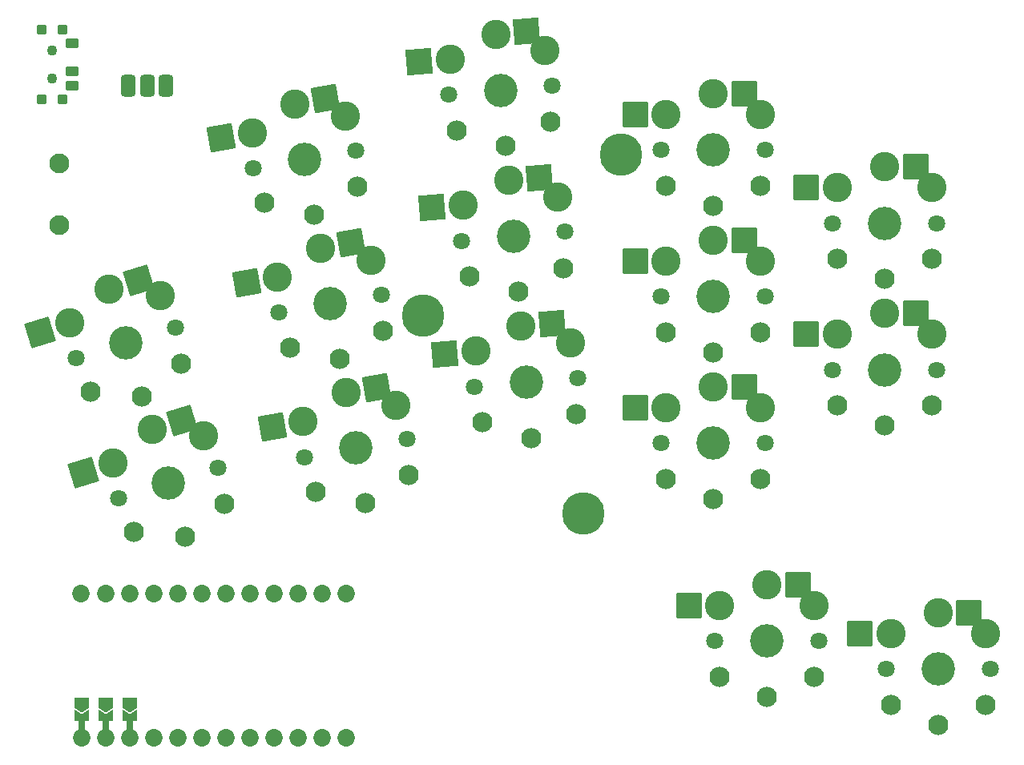
<source format=gbr>
%TF.GenerationSoftware,KiCad,Pcbnew,(6.0.4)*%
%TF.CreationDate,2022-07-07T20:03:21+02:00*%
%TF.ProjectId,battoota_min,62617474-6f6f-4746-915f-6d696e2e6b69,v1.0.0*%
%TF.SameCoordinates,Original*%
%TF.FileFunction,Soldermask,Top*%
%TF.FilePolarity,Negative*%
%FSLAX46Y46*%
G04 Gerber Fmt 4.6, Leading zero omitted, Abs format (unit mm)*
G04 Created by KiCad (PCBNEW (6.0.4)) date 2022-07-07 20:03:21*
%MOMM*%
%LPD*%
G01*
G04 APERTURE LIST*
G04 Aperture macros list*
%AMRoundRect*
0 Rectangle with rounded corners*
0 $1 Rounding radius*
0 $2 $3 $4 $5 $6 $7 $8 $9 X,Y pos of 4 corners*
0 Add a 4 corners polygon primitive as box body*
4,1,4,$2,$3,$4,$5,$6,$7,$8,$9,$2,$3,0*
0 Add four circle primitives for the rounded corners*
1,1,$1+$1,$2,$3*
1,1,$1+$1,$4,$5*
1,1,$1+$1,$6,$7*
1,1,$1+$1,$8,$9*
0 Add four rect primitives between the rounded corners*
20,1,$1+$1,$2,$3,$4,$5,0*
20,1,$1+$1,$4,$5,$6,$7,0*
20,1,$1+$1,$6,$7,$8,$9,0*
20,1,$1+$1,$8,$9,$2,$3,0*%
%AMFreePoly0*
4,1,16,0.685355,0.785355,0.700000,0.750000,0.691603,0.722265,0.210093,0.000000,0.691603,-0.722265,0.699029,-0.759806,0.677735,-0.791603,0.650000,-0.800000,-0.500000,-0.800000,-0.535355,-0.785355,-0.550000,-0.750000,-0.550000,0.750000,-0.535355,0.785355,-0.500000,0.800000,0.650000,0.800000,0.685355,0.785355,0.685355,0.785355,$1*%
%AMFreePoly1*
4,1,16,0.535355,0.785355,0.550000,0.750000,0.550000,-0.750000,0.535355,-0.785355,0.500000,-0.800000,-0.500000,-0.800000,-0.535355,-0.785355,-0.541603,-0.777735,-1.041603,-0.027735,-1.049029,0.009806,-1.041603,0.027735,-0.541603,0.777735,-0.509806,0.799029,-0.500000,0.800000,0.500000,0.800000,0.535355,0.785355,0.535355,0.785355,$1*%
G04 Aperture macros list end*
%ADD10C,1.801800*%
%ADD11C,3.100000*%
%ADD12C,3.529000*%
%ADD13RoundRect,0.050000X-1.300000X-1.300000X1.300000X-1.300000X1.300000X1.300000X-1.300000X1.300000X0*%
%ADD14C,2.132000*%
%ADD15C,1.100000*%
%ADD16RoundRect,0.050000X-1.054507X-1.505993X1.505993X-1.054507X1.054507X1.505993X-1.505993X1.054507X0*%
%ADD17C,4.500000*%
%ADD18RoundRect,0.050000X-0.863113X-1.623279X1.623279X-0.863113X0.863113X1.623279X-1.623279X0.863113X0*%
%ADD19RoundRect,0.050000X-1.181751X-1.408356X1.408356X-1.181751X1.181751X1.408356X-1.408356X1.181751X0*%
%ADD20RoundRect,0.425000X-0.375000X-0.750000X0.375000X-0.750000X0.375000X0.750000X-0.375000X0.750000X0*%
%ADD21C,2.100000*%
%ADD22RoundRect,0.050000X0.450000X-0.450000X0.450000X0.450000X-0.450000X0.450000X-0.450000X-0.450000X0*%
%ADD23RoundRect,0.050000X0.625000X-0.450000X0.625000X0.450000X-0.625000X0.450000X-0.625000X-0.450000X0*%
%ADD24C,1.852600*%
%ADD25FreePoly0,90.000000*%
%ADD26RoundRect,0.050000X-0.250000X-0.762000X0.250000X-0.762000X0.250000X0.762000X-0.250000X0.762000X0*%
%ADD27FreePoly1,90.000000*%
G04 APERTURE END LIST*
D10*
%TO.C,S15*%
X283104922Y-127969170D03*
D11*
X288604922Y-122019170D03*
X283604922Y-124219171D03*
X293604922Y-124219171D03*
D10*
X294104922Y-127969170D03*
D12*
X288604922Y-127969170D03*
D13*
X291879921Y-122019171D03*
D14*
X283604922Y-131769170D03*
X293604922Y-131769170D03*
D13*
X280329921Y-124219170D03*
D14*
X288604922Y-133869170D03*
%TD*%
D15*
%TO.C,T2*%
X195021762Y-65565501D03*
X195021762Y-62565501D03*
%TD*%
D11*
%TO.C,S3*%
X221495653Y-101795343D03*
D12*
X227070872Y-104620130D03*
D11*
X226037665Y-98760524D03*
D10*
X232487315Y-103665065D03*
X221654429Y-105575195D03*
D11*
X231343730Y-100058861D03*
D16*
X229262910Y-98191827D03*
D14*
X232654774Y-107494159D03*
X222806696Y-109230640D03*
D16*
X218270406Y-102364040D03*
D14*
X228095396Y-110430496D03*
%TD*%
D11*
%TO.C,S14*%
X270530975Y-119040064D03*
D12*
X270530975Y-124990064D03*
D10*
X276030975Y-124990064D03*
D11*
X265530975Y-121240065D03*
X275530975Y-121240065D03*
D10*
X265030975Y-124990064D03*
D14*
X275530975Y-128790064D03*
D13*
X273805974Y-119040065D03*
D14*
X265530975Y-128790064D03*
D13*
X262255974Y-121240064D03*
D14*
X270530975Y-130890064D03*
%TD*%
D17*
%TO.C,REF\u002A\u002A*%
X255124909Y-73614716D03*
X234188000Y-90569091D03*
X251142375Y-111506000D03*
%TD*%
D12*
%TO.C,S1*%
X207276192Y-108339872D03*
D11*
X210961322Y-103291872D03*
X201398275Y-106215589D03*
D10*
X212535868Y-106731828D03*
X202016516Y-109947916D03*
D11*
X205536580Y-102649859D03*
D18*
X208668478Y-101692343D03*
D14*
X203605681Y-113435689D03*
X213168728Y-110511972D03*
D18*
X198266375Y-107173105D03*
D14*
X209001185Y-113982070D03*
%TD*%
D12*
%TO.C,S6*%
X245074061Y-97674062D03*
D10*
X239594990Y-98153419D03*
D11*
X239766254Y-94374112D03*
X244555484Y-91746704D03*
X249728201Y-93502554D03*
D10*
X250553132Y-97194705D03*
D14*
X250386226Y-101023823D03*
D19*
X247818021Y-91461270D03*
D14*
X240424279Y-101895381D03*
X245588280Y-103551611D03*
D19*
X236503715Y-94659546D03*
%TD*%
D10*
%TO.C,S5*%
X227104222Y-73136025D03*
D11*
X216112560Y-71266303D03*
X225960637Y-69529821D03*
D12*
X221687779Y-74091090D03*
D11*
X220654572Y-68231484D03*
D10*
X216271336Y-75046155D03*
D16*
X223879817Y-67662787D03*
D14*
X227271681Y-76965119D03*
X217423603Y-78701600D03*
X222712303Y-79901456D03*
D16*
X212887313Y-71835000D03*
%TD*%
D10*
%TO.C,S13*%
X288462000Y-80832000D03*
X277462000Y-80832000D03*
D11*
X282962000Y-74882000D03*
D12*
X282962000Y-80832000D03*
D11*
X277962000Y-77082001D03*
X287962000Y-77082001D03*
D14*
X287962000Y-84632000D03*
X277962000Y-84632000D03*
D13*
X286236999Y-74882001D03*
X274686999Y-77082000D03*
D14*
X282962000Y-86732000D03*
%TD*%
D11*
%TO.C,S11*%
X264862000Y-67132000D03*
D10*
X270362000Y-73082000D03*
D11*
X269862000Y-69332001D03*
D12*
X264862000Y-73082000D03*
D10*
X259362000Y-73082000D03*
D11*
X259862000Y-69332001D03*
D14*
X259862000Y-76882000D03*
D13*
X268136999Y-67132001D03*
D14*
X269862000Y-76882000D03*
X264862000Y-78982000D03*
D13*
X256586999Y-69332000D03*
%TD*%
D10*
%TO.C,S12*%
X288462000Y-96332000D03*
D12*
X282962000Y-96332000D03*
D10*
X277462000Y-96332000D03*
D11*
X282962000Y-90382000D03*
X287962000Y-92582001D03*
X277962000Y-92582001D03*
D14*
X287962000Y-100132000D03*
D13*
X286236999Y-90382001D03*
D14*
X277962000Y-100132000D03*
D13*
X274686999Y-92582000D03*
D14*
X282962000Y-102232000D03*
%TD*%
D11*
%TO.C,S8*%
X241853655Y-60864668D03*
D12*
X242372232Y-66792026D03*
D10*
X236893161Y-67271383D03*
X247851303Y-66312669D03*
D11*
X247026372Y-62620518D03*
X237064425Y-63492076D03*
D14*
X247684397Y-70141787D03*
X237722450Y-71013345D03*
D19*
X245116192Y-60579234D03*
X233801886Y-63777510D03*
D14*
X242886451Y-72669575D03*
%TD*%
D20*
%TO.C,PAD1*%
X207035346Y-66324116D03*
X205035346Y-66324116D03*
X203035346Y-66324116D03*
%TD*%
D12*
%TO.C,S9*%
X264862000Y-104082000D03*
D11*
X269862000Y-100332001D03*
X264862000Y-98132000D03*
D10*
X270362000Y-104082000D03*
D11*
X259862000Y-100332001D03*
D10*
X259362000Y-104082000D03*
D13*
X268136999Y-98132001D03*
D14*
X269862000Y-107882000D03*
X259862000Y-107882000D03*
D13*
X256586999Y-100332000D03*
D14*
X264862000Y-109982000D03*
%TD*%
D11*
%TO.C,S10*%
X269862000Y-84832001D03*
D12*
X264862000Y-88582000D03*
D11*
X259862000Y-84832001D03*
D10*
X270362000Y-88582000D03*
D11*
X264862000Y-82632000D03*
D10*
X259362000Y-88582000D03*
D13*
X268136999Y-82632001D03*
D14*
X269862000Y-92382000D03*
X259862000Y-92382000D03*
D13*
X256586999Y-84832000D03*
D14*
X264862000Y-94482000D03*
%TD*%
D11*
%TO.C,S2*%
X196866514Y-91392865D03*
D10*
X197484755Y-95125192D03*
D11*
X206429561Y-88469148D03*
X201004819Y-87827135D03*
D10*
X208004107Y-91909104D03*
D12*
X202744431Y-93517148D03*
D14*
X208636967Y-95689248D03*
D18*
X204136717Y-86869619D03*
D14*
X199073920Y-98612965D03*
X204469424Y-99159346D03*
D18*
X193734614Y-92350381D03*
%TD*%
D21*
%TO.C,B1*%
X195707000Y-74549000D03*
X195707000Y-81049000D03*
%TD*%
D22*
%TO.C,T1*%
X196121762Y-60365501D03*
X193921762Y-67765501D03*
X193921762Y-60365501D03*
X196121762Y-67765501D03*
D23*
X197096762Y-61815501D03*
X197096762Y-64815501D03*
X197096762Y-66315501D03*
%TD*%
D10*
%TO.C,S4*%
X229795768Y-88400545D03*
X218962882Y-90310675D03*
D12*
X224379325Y-89355610D03*
D11*
X228652183Y-84794341D03*
X223346118Y-83496004D03*
X218804106Y-86530823D03*
D16*
X226571363Y-82927307D03*
D14*
X229963227Y-92229639D03*
X220115149Y-93966120D03*
D16*
X215578859Y-87099520D03*
D14*
X225403849Y-95165976D03*
%TD*%
D10*
%TO.C,S7*%
X249202218Y-81753687D03*
D11*
X243204570Y-76305686D03*
X238415340Y-78933094D03*
D12*
X243723147Y-82233044D03*
D11*
X248377287Y-78061536D03*
D10*
X238244076Y-82712401D03*
D14*
X249035312Y-85582805D03*
D19*
X246467107Y-76020252D03*
D14*
X239073365Y-86454363D03*
D19*
X235152801Y-79218528D03*
D14*
X244237366Y-88110593D03*
%TD*%
D24*
%TO.C,MCU1*%
X203200000Y-120015000D03*
D25*
X198120000Y-132921477D03*
D24*
X198036254Y-120015000D03*
X200660000Y-120015000D03*
X203200000Y-135255000D03*
X200660000Y-135255000D03*
D26*
X200660000Y-133871477D03*
X203200000Y-133871477D03*
D25*
X203200000Y-132921477D03*
D26*
X198120000Y-133871477D03*
D24*
X198120000Y-135255000D03*
D25*
X200660000Y-132921477D03*
D27*
X198120000Y-131471477D03*
X200660000Y-131471477D03*
X203200000Y-131471477D03*
D24*
X205740000Y-120015000D03*
X208280000Y-120015000D03*
X210820000Y-120015000D03*
X213360000Y-120015000D03*
X215900000Y-120015000D03*
X218440000Y-120015000D03*
X220980000Y-120015000D03*
X223520000Y-120015000D03*
X226060000Y-120015000D03*
X205740000Y-135255000D03*
X208280000Y-135255000D03*
X210820000Y-135255000D03*
X213360000Y-135255000D03*
X215900000Y-135255000D03*
X218440000Y-135255000D03*
X220980000Y-135255000D03*
X223520000Y-135255000D03*
X226060000Y-135255000D03*
%TD*%
M02*

</source>
